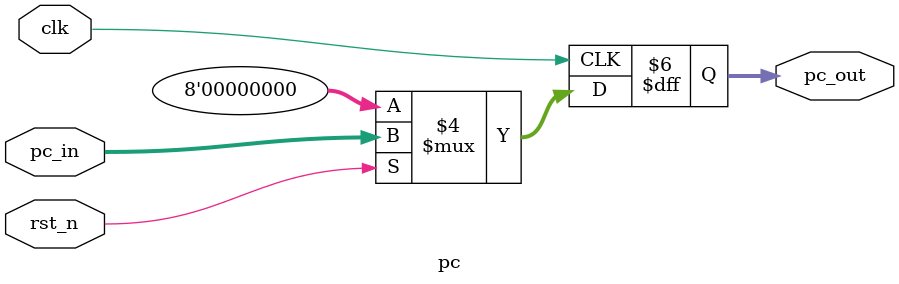
<source format=v>
module pc
(
  input  wire       clk,
  input  wire       rst_n,
  input  wire [7:0] pc_in,
  output reg  [7:0] pc_out
);

  always @(posedge clk) begin
    if(!rst_n) begin
      pc_out <= 0;
    end else begin
      pc_out <= pc_in;
    end
  end

endmodule

</source>
